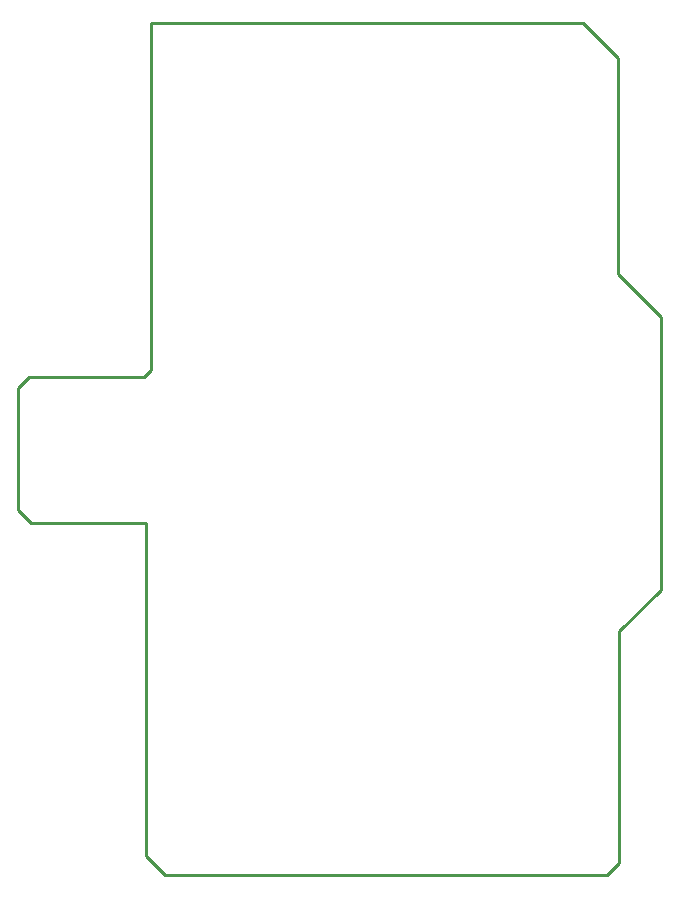
<source format=gko>
G04 Layer_Color=16711935*
%FSLAX25Y25*%
%MOIN*%
G70*
G01*
G75*
%ADD33C,0.01000*%
D33*
X350200Y397800D02*
X494100D01*
X505900Y386000D01*
Y314000D02*
Y386000D01*
Y314000D02*
X520000Y299900D01*
Y208800D02*
Y299900D01*
X506300Y195100D02*
X520000Y208800D01*
X506300Y117800D02*
Y195100D01*
X502200Y113700D02*
X506300Y117800D01*
X354800Y113700D02*
X502200D01*
X348500Y120000D02*
X354800Y113700D01*
X348500Y120000D02*
Y231100D01*
X348400Y231200D02*
X348500Y231100D01*
X310000Y231200D02*
X348400D01*
X305700Y235500D02*
X310000Y231200D01*
X305700Y235500D02*
Y276100D01*
X309500Y279900D01*
X347900D01*
X350200Y282200D01*
Y397800D01*
M02*

</source>
